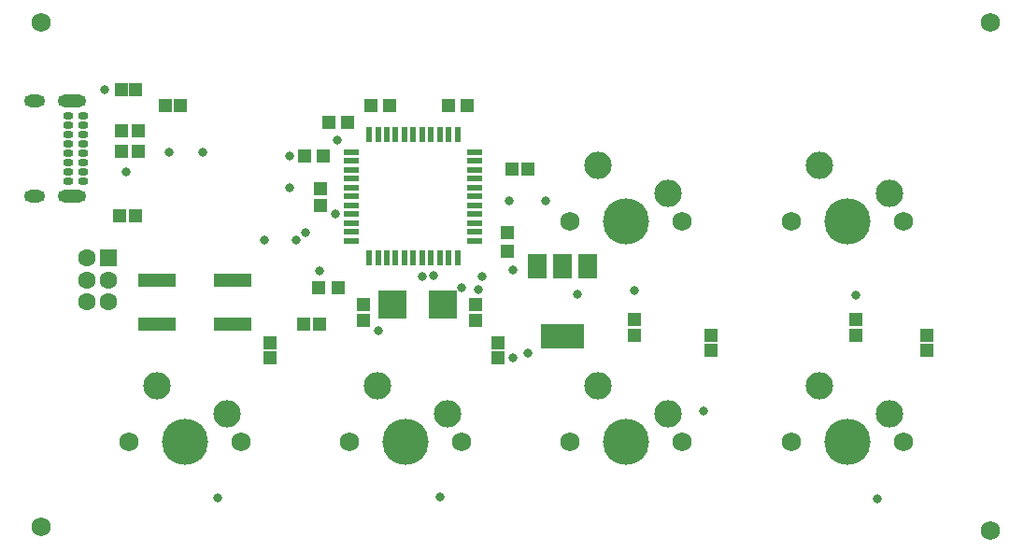
<source format=gts>
G04*
G04 #@! TF.GenerationSoftware,Altium Limited,CircuitMaker,2.2.1 (2.2.1.6)*
G04*
G04 Layer_Color=20142*
%FSTAX43Y43*%
%MOMM*%
G71*
G04*
G04 #@! TF.SameCoordinates,C8B466FA-36BC-4938-8632-075A3B1F3AF2*
G04*
G04*
G04 #@! TF.FilePolarity,Negative*
G04*
G01*
G75*
%ADD17R,1.153X1.203*%
%ADD18R,1.203X1.153*%
%ADD19R,2.603X2.603*%
%ADD20R,3.403X1.203*%
%ADD21R,0.584X1.473*%
%ADD22R,1.473X0.584*%
%ADD23R,4.003X2.203*%
%ADD24R,1.703X2.203*%
%ADD25C,1.727*%
%ADD26C,2.489*%
%ADD27C,4.191*%
%ADD28C,1.600*%
%ADD29R,1.600X1.600*%
%ADD30O,2.603X1.103*%
%ADD31O,0.950X0.680*%
%ADD32O,1.903X1.103*%
%ADD33C,0.803*%
D17*
X00731Y00627D02*
D03*
X00716D02*
D03*
X005585Y0052D02*
D03*
X005415D02*
D03*
X0052775Y00487D02*
D03*
X0054225D02*
D03*
X00402Y00685D02*
D03*
X00416D02*
D03*
X00361Y00585D02*
D03*
X00375D02*
D03*
X005455Y00639D02*
D03*
X005285D02*
D03*
X003755Y00699D02*
D03*
X003625D02*
D03*
X003775Y00662D02*
D03*
X003625D02*
D03*
X0037772Y0064313D02*
D03*
X0036272D02*
D03*
X006055Y00685D02*
D03*
X005885D02*
D03*
X006755D02*
D03*
X006585D02*
D03*
X005675Y0067D02*
D03*
X005505D02*
D03*
D18*
X00712Y0057D02*
D03*
X00704Y00456D02*
D03*
Y0047D02*
D03*
X00712Y00553D02*
D03*
X00827Y00491D02*
D03*
Y00477D02*
D03*
X01092Y00463D02*
D03*
Y00477D02*
D03*
X01028Y00491D02*
D03*
Y00477D02*
D03*
X00897Y00463D02*
D03*
Y00477D02*
D03*
X00683Y0049D02*
D03*
Y00505D02*
D03*
X00582Y0049D02*
D03*
Y00505D02*
D03*
X00543Y005945D02*
D03*
Y006095D02*
D03*
X00497Y00456D02*
D03*
Y0047D02*
D03*
D19*
X00608Y00505D02*
D03*
X00654D02*
D03*
D20*
X00395Y00487D02*
D03*
Y00527D02*
D03*
X00463Y00487D02*
D03*
Y00527D02*
D03*
D21*
X0058688Y0065863D02*
D03*
X0059488D02*
D03*
X0060288D02*
D03*
X0061088D02*
D03*
X0061888D02*
D03*
X0062688D02*
D03*
X0063488D02*
D03*
X0064288D02*
D03*
X0065088D02*
D03*
X0065888D02*
D03*
X0066688D02*
D03*
Y0054663D02*
D03*
X0065888D02*
D03*
X0065088D02*
D03*
X0064288D02*
D03*
X0063488D02*
D03*
X0062688D02*
D03*
X0061888D02*
D03*
X0061088D02*
D03*
X0060288D02*
D03*
X0059488D02*
D03*
X0058688D02*
D03*
D22*
X0068288Y0064263D02*
D03*
Y0063463D02*
D03*
Y0062663D02*
D03*
Y0061863D02*
D03*
Y0061063D02*
D03*
Y0060263D02*
D03*
Y0059463D02*
D03*
Y0058663D02*
D03*
Y0057863D02*
D03*
Y0057063D02*
D03*
Y0056263D02*
D03*
X0057088D02*
D03*
Y0057063D02*
D03*
Y0057863D02*
D03*
Y0058663D02*
D03*
Y0059463D02*
D03*
Y0060263D02*
D03*
Y0061063D02*
D03*
Y0061863D02*
D03*
Y0062663D02*
D03*
Y0063463D02*
D03*
Y0064263D02*
D03*
D23*
X00762Y00476D02*
D03*
D24*
X00739Y00539D02*
D03*
X00762D02*
D03*
X00785D02*
D03*
D25*
X008702Y005802D02*
D03*
X007686D02*
D03*
X0115Y0076D02*
D03*
X0029D02*
D03*
X005692Y0038D02*
D03*
X006708D02*
D03*
X009692Y0058D02*
D03*
X010708D02*
D03*
X003692Y0038D02*
D03*
X004708D02*
D03*
X007692D02*
D03*
X008708D02*
D03*
X009692D02*
D03*
X010708D02*
D03*
X0115Y003D02*
D03*
X0029Y00303D02*
D03*
D26*
X00794Y00631D02*
D03*
X008575Y006056D02*
D03*
X006581Y004054D02*
D03*
X005946Y004308D02*
D03*
X010581Y006054D02*
D03*
X009946Y006308D02*
D03*
X004581Y004054D02*
D03*
X003946Y004308D02*
D03*
X008581Y004054D02*
D03*
X007946Y004308D02*
D03*
X010581Y004054D02*
D03*
X009946Y004308D02*
D03*
D27*
X008194Y005802D02*
D03*
X0062Y0038D02*
D03*
X0102Y0058D02*
D03*
X0042Y0038D02*
D03*
X0082D02*
D03*
X0102D02*
D03*
D28*
X00351Y00507D02*
D03*
Y00527D02*
D03*
X00331Y00507D02*
D03*
Y00527D02*
D03*
Y00547D02*
D03*
D29*
X00351D02*
D03*
D30*
X003178Y00603D02*
D03*
Y006895D02*
D03*
D31*
X003141Y006165D02*
D03*
Y00642D02*
D03*
Y006335D02*
D03*
Y00659D02*
D03*
Y006505D02*
D03*
Y00676D02*
D03*
Y00625D02*
D03*
Y006675D02*
D03*
X003276Y006165D02*
D03*
Y00642D02*
D03*
Y006335D02*
D03*
Y00659D02*
D03*
Y006505D02*
D03*
Y00676D02*
D03*
Y00625D02*
D03*
Y006675D02*
D03*
D32*
X00284Y00603D02*
D03*
Y006895D02*
D03*
D33*
X0049211Y0056311D02*
D03*
X00529Y0057D02*
D03*
X0068587Y0051781D02*
D03*
X00731Y00461D02*
D03*
X00717Y00456D02*
D03*
X0089Y00408D02*
D03*
X00689Y0053D02*
D03*
X00776Y00514D02*
D03*
X00714Y00599D02*
D03*
X0074681Y0059877D02*
D03*
X00635Y0053D02*
D03*
X00645Y00531D02*
D03*
X00671Y0052D02*
D03*
X00595Y00481D02*
D03*
X00717Y00536D02*
D03*
X0051507Y0061037D02*
D03*
X0051523Y0063921D02*
D03*
X00542Y00535D02*
D03*
X00556Y00587D02*
D03*
X00521Y00563D02*
D03*
X00367Y00625D02*
D03*
X01028Y00513D02*
D03*
X00827Y00517D02*
D03*
X0055787Y00654D02*
D03*
X00347Y00699D02*
D03*
X00436Y00643D02*
D03*
X004055Y0064293D02*
D03*
X0104778Y0032819D02*
D03*
X00651Y0033D02*
D03*
X0045Y00329D02*
D03*
M02*

</source>
